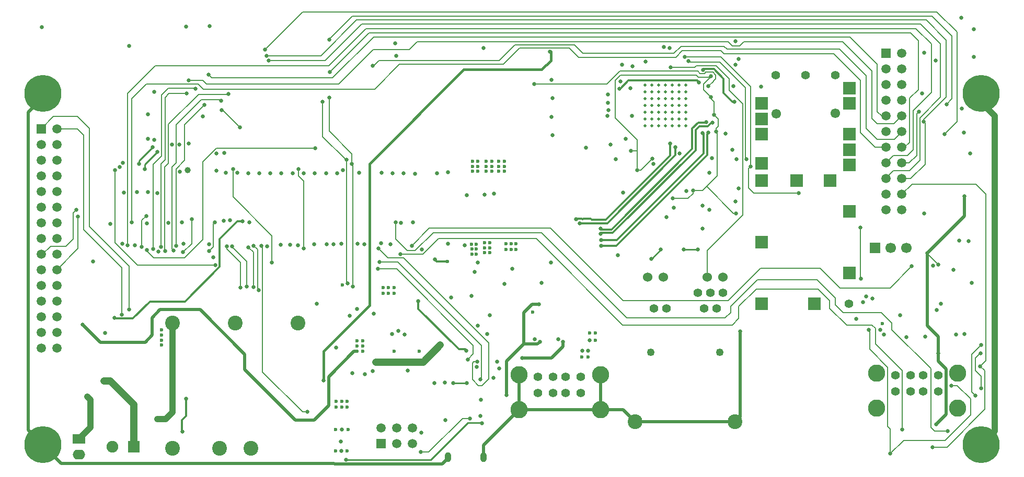
<source format=gbl>
G04 Layer_Physical_Order=4*
G04 Layer_Color=16711680*
%FSAX25Y25*%
%MOIN*%
G70*
G01*
G75*
%ADD26C,0.05906*%
%ADD51C,0.01181*%
%ADD52C,0.01969*%
%ADD53C,0.00800*%
%ADD54C,0.00799*%
%ADD55C,0.01299*%
%ADD56C,0.00984*%
%ADD57C,0.01575*%
%ADD59C,0.04724*%
%ADD61C,0.01268*%
%ADD62C,0.00988*%
%ADD64C,0.03937*%
%ADD85C,0.23622*%
%ADD86R,0.05906X0.05906*%
%ADD87R,0.05906X0.05906*%
%ADD88C,0.05512*%
%ADD89R,0.07874X0.07874*%
%ADD90C,0.06102*%
%ADD91C,0.04921*%
%ADD92C,0.09449*%
%ADD93C,0.05543*%
%ADD94C,0.06024*%
%ADD95R,0.07874X0.06299*%
%ADD96O,0.07874X0.06299*%
%ADD97R,0.07480X0.07480*%
%ADD98C,0.07480*%
%ADD99C,0.11024*%
%ADD100C,0.06693*%
%ADD101R,0.06693X0.06693*%
%ADD102O,0.03937X0.06299*%
%ADD103C,0.02500*%
%ADD104C,0.02362*%
%ADD105C,0.03937*%
%ADD106C,0.01969*%
D26*
X1147886Y0271118D02*
D03*
X1137886D02*
D03*
X1147886Y0281118D02*
D03*
X1137886D02*
D03*
X1147886Y0291118D02*
D03*
X1137886D02*
D03*
X1147886Y0301118D02*
D03*
X1137886D02*
D03*
X1147886Y0311118D02*
D03*
X1137886D02*
D03*
X1147886Y0321118D02*
D03*
X1137886D02*
D03*
X1147886Y0331118D02*
D03*
X1137886D02*
D03*
X1147886Y0341118D02*
D03*
X1137886D02*
D03*
X1147886Y0351118D02*
D03*
X1137886D02*
D03*
X1147886Y0361118D02*
D03*
X1137886D02*
D03*
X1147886Y0371118D02*
D03*
X0815748Y0131795D02*
D03*
X0825748Y0121795D02*
D03*
Y0131795D02*
D03*
X0835748Y0121795D02*
D03*
Y0131795D02*
D03*
X0609264Y0322988D02*
D03*
X0599264Y0312988D02*
D03*
X0609264D02*
D03*
X0599264Y0302988D02*
D03*
X0609264D02*
D03*
X0599264Y0292988D02*
D03*
X0609264D02*
D03*
X0599264Y0282988D02*
D03*
X0609264D02*
D03*
X0599264Y0272988D02*
D03*
X0609264D02*
D03*
X0599264Y0262988D02*
D03*
X0609264D02*
D03*
X0599264Y0252988D02*
D03*
X0609264D02*
D03*
X0599264Y0242988D02*
D03*
X0609264D02*
D03*
X0599264Y0232988D02*
D03*
X0609264D02*
D03*
X0599264Y0222988D02*
D03*
X0609264D02*
D03*
X0599264Y0212988D02*
D03*
X0609264D02*
D03*
X0599264Y0202988D02*
D03*
X0609264D02*
D03*
X0599264Y0192988D02*
D03*
X0609264D02*
D03*
X0599264Y0182988D02*
D03*
X0609264D02*
D03*
D51*
X0839498Y0208045D02*
Y0212795D01*
Y0208045D02*
X0864748Y0182795D01*
X0864764Y0182811D01*
X0724362Y0263815D02*
X0727709D01*
X0713043Y0252496D02*
X0724362Y0263815D01*
X0713043Y0234780D02*
Y0252496D01*
X0690996Y0212732D02*
X0713043Y0234780D01*
X0668457Y0212732D02*
X0690996D01*
X0657630Y0201905D02*
X0668457Y0212732D01*
X0646373Y0201905D02*
X0657630D01*
X0691685Y0139701D02*
Y0150429D01*
X0688732Y0130252D02*
Y0136748D01*
Y0130252D02*
X0689323Y0129661D01*
X0688732Y0136748D02*
X0691685Y0139701D01*
X0864764Y0182811D02*
X0865453Y0182122D01*
X0869441D01*
X0870228Y0181335D01*
X0967866Y0348657D02*
X0968457D01*
X0973575Y0353776D01*
X1017472D01*
X1018555Y0352693D01*
D52*
X0881067Y0120919D02*
X0903774Y0143626D01*
X0881067Y0112435D02*
Y0120919D01*
X1187846Y0267161D02*
Y0279760D01*
X1164224Y0243539D02*
X1187846Y0267161D01*
X0895917Y0152890D02*
Y0174642D01*
X0905760Y0176709D02*
X0924658D01*
X0931941Y0183992D01*
Y0186748D01*
X0895917Y0174642D02*
X0906744Y0185468D01*
X0915701D01*
X0917079Y0186846D01*
X0906744Y0185468D02*
Y0205449D01*
X0912059Y0210764D01*
X0916488D01*
X1164224Y0197280D02*
Y0243146D01*
Y0243539D01*
X1170032Y0134287D02*
X1176232Y0140488D01*
X1171114Y0179563D02*
Y0190390D01*
X1164224Y0197280D02*
X1171114Y0190390D01*
Y0174740D02*
Y0179563D01*
Y0174740D02*
X1176232Y0169622D01*
Y0140488D02*
Y0169622D01*
X0665406Y0186650D02*
X0669835Y0191079D01*
Y0202299D01*
X0674953Y0207417D01*
X0700445D01*
X0728988Y0178874D01*
Y0169327D02*
Y0178874D01*
Y0169327D02*
X0761370Y0136945D01*
X0773378D01*
X0782630Y0146197D01*
Y0164701D01*
X0798673Y0180744D01*
X0800642D01*
X0636961Y0186650D02*
X0665406D01*
X0625642Y0197968D02*
X0636961Y0186650D01*
X0590996Y0130547D02*
Y0333500D01*
X0600248Y0120902D02*
Y0121295D01*
X0785779Y0109189D02*
X0786153Y0108815D01*
X0854809D01*
X0858429Y0112435D01*
X0611961Y0109189D02*
X0785779D01*
X0903774Y0143626D02*
Y0165988D01*
Y0143626D02*
X0955742D01*
Y0165988D01*
Y0143626D02*
X0970146D01*
X0977996Y0135775D01*
X1041500D01*
X1044736Y0139012D01*
Y0193736D01*
X0590996Y0130547D02*
X0593845Y0127698D01*
X0600248Y0121295D01*
Y0120902D02*
X0611961Y0109189D01*
X0590996Y0333500D02*
X0595321Y0337825D01*
D53*
X0699461Y0345016D02*
X0718161D01*
X0680281Y0325837D02*
X0699461Y0345016D01*
X0713437Y0341571D02*
X0714028Y0340980D01*
X0701232Y0341571D02*
X0713437D01*
X0690504Y0325626D02*
X0703201Y0338323D01*
X0702184Y0353874D02*
X0704546Y0351512D01*
X0693063Y0353874D02*
X0702184D01*
X0666305Y0351624D02*
X0699348D01*
X0656843Y0342161D02*
X0666305Y0351624D01*
X0803496Y0389996D02*
X1159795D01*
X0780071Y0366571D02*
X0803496Y0389996D01*
X0744244Y0366571D02*
X0780071D01*
X0806252Y0386945D02*
X1157039D01*
X0782531Y0363224D02*
X0806252Y0386945D01*
X0671902Y0363224D02*
X0782531D01*
X0777610Y0369720D02*
X0800346Y0392457D01*
X0742965Y0369720D02*
X0777610D01*
X0789028Y0351512D02*
X0810976Y0373461D01*
X0704546Y0351512D02*
X0789028D01*
X0784992Y0355449D02*
X0811173Y0381630D01*
X0708024Y0355449D02*
X0784992D01*
X0705760Y0357713D02*
X0708024Y0355449D01*
X0782925Y0380252D02*
X0797689Y0395016D01*
X0782925Y0379957D02*
Y0380252D01*
X0765799Y0397575D02*
X1170327D01*
X0741882Y0373657D02*
X0765799Y0397575D01*
X0833909Y0373461D02*
X0838929Y0378480D01*
X0810976Y0373461D02*
X0833909D01*
X0891094Y0366472D02*
X0901331Y0376709D01*
X0814421Y0366472D02*
X0891094D01*
X0811173Y0363224D02*
X0814421Y0366472D01*
X0811764Y0348362D02*
X0827610Y0364209D01*
X0810484Y0363224D02*
X0811173D01*
X1002709Y0371295D02*
X1007138Y0375724D01*
X0944638Y0371295D02*
X1002709D01*
X0939224Y0376709D02*
X0944638Y0371295D01*
X1003791Y0368638D02*
X1008024Y0372870D01*
X0935990Y0374628D02*
X0941980Y0368638D01*
X1007138Y0375724D02*
X1034598D01*
X1008024Y0372870D02*
X1032532D01*
X1034500Y0370901D02*
X1104579D01*
X1032532Y0372870D02*
X1034500Y0370901D01*
X1104579D02*
X1121705Y0353776D01*
X1036567Y0373756D02*
X1108220D01*
X1034598Y0375724D02*
X1036567Y0373756D01*
X1039815Y0375921D02*
X1044441D01*
X1037256Y0378480D02*
X1039815Y0375921D01*
X0838929Y0378480D02*
X1037256D01*
X1132236Y0333992D02*
Y0364209D01*
X1114815Y0381630D02*
X1132236Y0364209D01*
X0811173Y0381630D02*
X1114815D01*
X1121705Y0320409D02*
Y0353776D01*
Y0320409D02*
X1130996Y0311118D01*
X1132236Y0326217D02*
X1142984D01*
X1128988Y0329465D02*
X1132236Y0326217D01*
X1128988Y0329465D02*
Y0359878D01*
X1130996Y0311118D02*
X1137886D01*
X1015898Y0362142D02*
X1016980Y0363224D01*
X1158417Y0348067D02*
Y0379169D01*
X1153496Y0384090D02*
X1158417Y0379169D01*
X0808122Y0384090D02*
X1153496D01*
X1166882Y0346098D02*
Y0377102D01*
X1157039Y0386945D02*
X1166882Y0377102D01*
X1172591Y0343146D02*
Y0377201D01*
X1159795Y0389996D02*
X1172591Y0377201D01*
X1176331Y0343244D02*
Y0379563D01*
X1163437Y0392457D02*
X1176331Y0379563D01*
X0800346Y0392457D02*
X1163437D01*
X1179972Y0342161D02*
Y0382220D01*
X1167177Y0395016D02*
X1179972Y0382220D01*
X0797689Y0395016D02*
X1167177D01*
X1183122Y0327693D02*
Y0384780D01*
X1170327Y0397575D02*
X1183122Y0384780D01*
X1159500Y0330055D02*
X1172591Y0343146D01*
X1161862Y0328776D02*
X1176331Y0343244D01*
X1176429Y0338618D02*
X1179972Y0342161D01*
X1175051Y0319622D02*
X1183122Y0327693D01*
X1161862Y0327594D02*
X1162748Y0326709D01*
Y0300331D02*
Y0326709D01*
X1153535Y0291118D02*
X1162748Y0300331D01*
X1148181Y0131039D02*
Y0168638D01*
X1139028Y0133008D02*
Y0170606D01*
X1127512Y0182122D02*
X1139028Y0170606D01*
X0619441Y0269228D02*
X0621606Y0271394D01*
X0619441Y0252594D02*
Y0269228D01*
X0614913Y0248067D02*
X0619441Y0252594D01*
X0605071Y0248067D02*
X0614913D01*
X0599992Y0242988D02*
X0605071Y0248067D01*
X0599264Y0242988D02*
X0599992D01*
X0609264Y0232988D02*
X0622689Y0246413D01*
Y0266965D01*
X0626232Y0258500D02*
Y0318933D01*
X0622177Y0322988D02*
X0626232Y0318933D01*
X0629874Y0260469D02*
Y0323165D01*
X0708909Y0262338D02*
X0709894Y0263323D01*
X0708909Y0247575D02*
Y0262338D01*
X0609264Y0322988D02*
X0622177D01*
X0793949Y0224642D02*
X0794441Y0224150D01*
X0599264Y0322988D02*
X0607020Y0330744D01*
X0622295D01*
X0629874Y0323165D01*
X0714323Y0334976D02*
X0715012D01*
X0725937Y0324051D01*
X0697098Y0348756D02*
X0697394Y0348461D01*
X0699348Y0351624D02*
X0702610Y0348362D01*
X0680169Y0348756D02*
X0697098D01*
X0702610Y0348362D02*
X0811764D01*
X0680661Y0345508D02*
X0691783D01*
X0718161Y0345016D02*
X0718457Y0345311D01*
X0654087Y0345409D02*
X0671902Y0363224D01*
X0654087Y0248461D02*
Y0345409D01*
X0793457Y0303283D02*
X0793949D01*
X0778693Y0318047D02*
X0793457Y0303283D01*
X0778693Y0318047D02*
Y0340193D01*
X0797295Y0300724D02*
Y0307024D01*
X0782728Y0321590D02*
X0797295Y0307024D01*
X0782728Y0321590D02*
Y0342850D01*
X0783220Y0359189D02*
X0808122Y0384090D01*
X0901331Y0376709D02*
X0939224D01*
X1000642Y0362142D02*
X1015898D01*
X1125051Y0323362D02*
X1132138Y0316276D01*
X1108220Y0373756D02*
X1125051Y0356925D01*
Y0323362D02*
Y0356925D01*
X1110287Y0378579D02*
X1128988Y0359878D01*
X1047098Y0378579D02*
X1110287D01*
X1044441Y0375921D02*
X1047098Y0378579D01*
X1132236Y0333992D02*
X1135110Y0331118D01*
X1132138Y0316276D02*
X1143260D01*
X1147886Y0320901D01*
Y0321118D01*
X0656843Y0263398D02*
Y0342161D01*
X0846248Y0116545D02*
X0867748Y0138045D01*
X0841248Y0116545D02*
X0846248D01*
X0867748Y0138045D02*
X0867766Y0138028D01*
X1029579Y0321197D02*
Y0323165D01*
X0979283Y0296492D02*
X0981449D01*
X0988929Y0303972D01*
X1014717Y0283598D02*
X1020819D01*
X1029579Y0321197D02*
X1030169Y0320606D01*
X1001823Y0278579D02*
X1011665D01*
X1014717Y0281630D01*
Y0283598D01*
X1023476Y0286256D02*
X1040701Y0269032D01*
X1042177D01*
X1020819Y0283598D02*
X1023476Y0286256D01*
X1030169Y0292949D01*
X1023744Y0228295D02*
Y0245087D01*
X0663339Y0264602D02*
X0666094Y0267358D01*
X0663339Y0247673D02*
Y0264602D01*
X1127512Y0182122D02*
Y0193638D01*
X1147886Y0301118D02*
X1152610D01*
X1147886Y0291118D02*
X1153535D01*
X0797787Y0222378D02*
Y0300232D01*
X0797295Y0300724D02*
X0797787Y0300232D01*
X1141488Y0194720D02*
X1166390Y0169819D01*
X1141488Y0194720D02*
Y0199051D01*
X1134992Y0205547D02*
X1141488Y0199051D01*
X1140405Y0221197D02*
X1154382Y0235173D01*
X0825150Y0252594D02*
X0832630Y0245114D01*
X0825150Y0252594D02*
Y0263224D01*
X1137886Y0291118D02*
Y0291512D01*
X1142571Y0296197D01*
X1152807D01*
X1137886Y0301118D02*
Y0301256D01*
X1142571Y0305941D01*
X1151626D01*
X1161862Y0327594D02*
Y0328776D01*
X1152807Y0296197D02*
X1159500Y0302890D01*
Y0330055D01*
X1152610Y0301118D02*
X1157532Y0306039D01*
Y0332614D01*
X1158909Y0333992D01*
X1151626Y0305941D02*
X1155268Y0309583D01*
Y0334484D01*
X1166882Y0346098D01*
X1147886Y0311118D02*
X1149716D01*
X1152807Y0314209D01*
Y0342457D01*
X1158417Y0348067D01*
X1135110Y0331118D02*
X1137886D01*
X1142984Y0326217D02*
X1147886Y0331118D01*
X0730366Y0222378D02*
Y0238126D01*
X0720819Y0247673D02*
X0730366Y0238126D01*
X0720819Y0247673D02*
Y0247870D01*
X0737059Y0220705D02*
Y0246000D01*
Y0220705D02*
X0737748Y0220016D01*
X1121705Y0227594D02*
X1122000Y0227299D01*
X1121705Y0227594D02*
Y0259878D01*
X1139028Y0133008D02*
X1140701Y0131335D01*
Y0115488D02*
Y0131335D01*
X1179677Y0158992D02*
X1183319D01*
X1197787Y0179563D02*
X1198279D01*
X1183319Y0158992D02*
X1191783Y0150528D01*
X1198476Y0157122D02*
Y0164996D01*
X1194884Y0168588D02*
Y0176659D01*
X1197787Y0179563D01*
X1194884Y0168588D02*
X1198476Y0164996D01*
X1192522Y0154907D02*
Y0178923D01*
Y0154907D02*
X1194835Y0152594D01*
X1192522Y0178923D02*
X1198476Y0184878D01*
X1191783Y0140193D02*
Y0150528D01*
X1166390Y0132220D02*
Y0169819D01*
X1168752Y0129858D02*
X1177217D01*
X1166390Y0132220D02*
X1168752Y0129858D01*
X1140701Y0115488D02*
X1149067Y0123854D01*
X1175445D01*
X1191783Y0140193D01*
X0835583Y0248362D02*
X0835583D01*
X0846705Y0259484D01*
X0923969D01*
X0970228Y0213224D01*
X0918063Y0256630D02*
X0972492Y0202201D01*
X0828102Y0243047D02*
X0842669D01*
X0852610Y0252988D01*
X0914717D01*
X0970032Y0197673D01*
X1128988D02*
X1131167Y0195494D01*
Y0185652D02*
Y0195494D01*
Y0185652D02*
X1148181Y0168638D01*
X0871114Y0175626D02*
X0874658Y0179169D01*
Y0184681D01*
X0825839Y0233500D02*
X0874658Y0184681D01*
X0813732Y0233500D02*
X0825839D01*
X0660583Y0235764D02*
X0710090D01*
X0646213Y0250134D02*
X0660583Y0235764D01*
X0646213Y0250134D02*
Y0296492D01*
X0675445Y0283139D02*
X0675628Y0282956D01*
X0814913Y0238028D02*
X0826528D01*
X0706252Y0244917D02*
X0708909Y0247575D01*
X0746311Y0237437D02*
Y0254563D01*
X0721409Y0279465D02*
X0746311Y0254563D01*
X0721409Y0279465D02*
Y0297181D01*
X0826528Y0238028D02*
X0879959Y0184596D01*
X0879382Y0162831D02*
X0879959Y0163407D01*
Y0184596D01*
X0874953Y0174150D02*
X0877217D01*
X0874165Y0173362D02*
X0874953Y0174150D01*
X0874165Y0162831D02*
Y0173362D01*
Y0162831D02*
X0878004Y0158992D01*
X0880169D01*
X0884500Y0163323D01*
Y0186256D01*
X0830071Y0240685D02*
X0884500Y0186256D01*
X0734659Y0248400D02*
X0737059Y0246000D01*
X0766390Y0246689D02*
Y0289602D01*
X0763142Y0292850D02*
X0766390Y0289602D01*
X0763142Y0292850D02*
Y0297378D01*
X0820130Y0240685D02*
X0830071D01*
X0814126Y0246689D02*
X0820130Y0240685D01*
X0793949Y0224642D02*
Y0303283D01*
X0832630Y0245114D02*
X0837650D01*
X0849165Y0256630D01*
X0918063D01*
X0695228Y0249642D02*
Y0265193D01*
X0689716Y0244130D02*
X0695228Y0249642D01*
X0626232Y0258500D02*
X0650642Y0234090D01*
Y0204366D02*
Y0234090D01*
X0629874Y0260469D02*
X0655071Y0235272D01*
Y0207614D02*
Y0235272D01*
X0666488Y0245016D02*
Y0245606D01*
Y0245016D02*
X0670819Y0240685D01*
X0690701D01*
X0702216Y0252201D01*
X0941980Y0368638D02*
X1003791D01*
X0913535Y0351512D02*
X0959795D01*
X1037748Y0347673D02*
Y0354957D01*
X1029480Y0363224D02*
X1037748Y0354957D01*
X1016980Y0363224D02*
X1029480D01*
X0677919Y0245297D02*
X0678201Y0245016D01*
X0675628Y0247856D02*
Y0282956D01*
X0675445Y0247673D02*
X0675628Y0247856D01*
X1029283Y0354812D02*
Y0357319D01*
X1022243Y0358317D02*
X1023017Y0359090D01*
X1027512D01*
X1029283Y0357319D01*
X1027905Y0353382D02*
Y0353434D01*
X1029283Y0354812D01*
X1024658Y0350134D02*
X1027905Y0353382D01*
X0867766Y0138028D02*
X0872394D01*
X1108614Y0221197D02*
X1140405D01*
X1037354Y0213224D02*
X1058024Y0233894D01*
X1095917D01*
X0970228Y0213224D02*
X1037354D01*
X1095917Y0233894D02*
X1108614Y0221197D01*
X0972492Y0202201D02*
X1035287D01*
X1110484Y0205547D02*
X1134992D01*
X1105464Y0210567D02*
X1110484Y0205547D01*
X1105464Y0210567D02*
Y0214996D01*
X1038732Y0205646D02*
Y0209583D01*
X1055858Y0226709D01*
X1093752D01*
X1105464Y0214996D01*
X1035287Y0202201D02*
X1038732Y0205646D01*
X1039717Y0197673D02*
X1043949Y0201905D01*
Y0209583D01*
X1055071Y0220705D01*
X1094441D01*
X1102020Y0213126D01*
X0970032Y0197673D02*
X1039717D01*
X1102020Y0208401D02*
Y0213126D01*
Y0208401D02*
X1112748Y0197673D01*
X1128988D01*
X1037748Y0347673D02*
X1046606Y0338815D01*
X1023744Y0245087D02*
X1046606Y0267949D01*
Y0338815D01*
X0702216Y0301839D02*
X0711042Y0310665D01*
X0702216Y0252201D02*
Y0301839D01*
X0711042Y0310665D02*
X0773772D01*
X0965209Y0330055D02*
X0979283Y0315980D01*
X0965209Y0330055D02*
Y0353874D01*
X1025543Y0355842D02*
X1026134Y0356433D01*
X1030169Y0292949D02*
Y0320606D01*
X1028201Y0331925D02*
Y0340291D01*
X1026134Y0356236D02*
Y0356433D01*
X1021606Y0351709D02*
X1026134Y0356236D01*
X1021606Y0347870D02*
Y0351709D01*
Y0347870D02*
X1026134Y0343342D01*
X1025642Y0342850D02*
X1028201Y0340291D01*
X1029579Y0323165D02*
X1030858Y0324445D01*
Y0329268D01*
X1028201Y0331925D02*
X1030858Y0329268D01*
X0975445Y0308894D02*
X0979283D01*
X0975346Y0308795D02*
X0975445Y0308894D01*
X0979283Y0296492D02*
Y0308894D01*
Y0315980D01*
X0682419Y0246211D02*
X0683516Y0245114D01*
X0685104Y0325443D02*
X0701232Y0341571D01*
X0685090Y0248264D02*
Y0297378D01*
X0690504Y0302791D01*
Y0325626D01*
X0682419Y0246211D02*
Y0298644D01*
X0685104Y0301329D01*
Y0325443D01*
X0677919Y0245297D02*
Y0298671D01*
X0680281Y0301033D01*
Y0325837D01*
X0676035Y0344622D02*
X0680169Y0348756D01*
X0678102Y0342949D02*
X0680661Y0345508D01*
X0675445Y0283139D02*
Y0300528D01*
X0678102Y0303185D01*
Y0342949D01*
X0670527Y0246400D02*
Y0300137D01*
X0676035Y0305646D01*
Y0344622D01*
X0717669Y0246295D02*
Y0248067D01*
Y0246295D02*
X0726331Y0237634D01*
Y0221689D02*
Y0237634D01*
X0731252Y0247280D02*
X0734402Y0244130D01*
Y0221787D02*
Y0244130D01*
X0827610Y0364209D02*
X0893850D01*
X0904270Y0374628D01*
X0935990D01*
X0959795Y0351512D02*
X0968063Y0359780D01*
X0965209Y0353874D02*
X0968457Y0357122D01*
X0968063Y0359780D02*
X1017866D01*
X1019329Y0358317D01*
X1022243D01*
X0968457Y0357122D02*
X1016980D01*
X1018260Y0355842D01*
X1025543D01*
D54*
X1051429Y0299051D02*
Y0350232D01*
X1031744Y0365587D02*
X1048181Y0349150D01*
Y0304299D02*
Y0349150D01*
Y0304299D02*
X1048969Y0303512D01*
X1051331Y0350232D02*
X1051429D01*
X1032584Y0368979D02*
X1051331Y0350232D01*
X1009447Y0368979D02*
X1032584D01*
X1011862Y0366177D02*
X1012453Y0365587D01*
X1009402Y0368933D02*
X1009447Y0368979D01*
X1147886Y0281118D02*
X1154500Y0287732D01*
X1164224Y0243146D02*
X1171213Y0236157D01*
X1053496Y0281925D02*
X1082335D01*
X1050051Y0285370D02*
X1053496Y0281925D01*
X1050051Y0285370D02*
Y0297673D01*
X1051429Y0299051D01*
X0739520Y0248362D02*
X0740307Y0247575D01*
X1154500Y0287732D02*
X1195130D01*
X1197984Y0171394D02*
X1201626Y0175035D01*
Y0281236D01*
X1195130Y0287732D02*
X1201626Y0281236D01*
X1197984Y0171394D02*
X1200937Y0168441D01*
Y0143933D02*
Y0168441D01*
X1167669Y0119720D02*
X1176724D01*
X1200937Y0143933D01*
X0740307Y0167654D02*
Y0247575D01*
Y0167654D02*
X0765799Y0142161D01*
X0768752D01*
X1012453Y0365587D02*
X1031744D01*
D55*
X0851331Y0238224D02*
X0858319D01*
X0949628Y0265455D02*
X0950150Y0264933D01*
X0959211D01*
X0946748Y0262545D02*
X0946758Y0262555D01*
X0946862Y0262634D02*
X0960163D01*
X1002646Y0305117D01*
X1002610Y0305153D02*
X1002646Y0305117D01*
X1002610Y0305153D02*
X1003594Y0306138D01*
Y0311354D01*
X0959211Y0264933D02*
X1000150Y0305872D01*
X0944668Y0265390D02*
X0944733Y0265455D01*
X0949628D01*
X0946763Y0262732D02*
X0946862Y0262634D01*
X0942669Y0262732D02*
X0946763D01*
X0946581D02*
X0946758Y0262555D01*
X0942669Y0262732D02*
X0946581D01*
X0940307Y0265390D02*
X0941226D01*
X0941468Y0265632D01*
X0943870D01*
X0944112Y0265390D01*
X0944668D01*
X1034303Y0345803D02*
X1040012Y0340094D01*
X1041291D01*
X0850051Y0239504D02*
X0851331Y0238224D01*
X1034303Y0345803D02*
Y0355055D01*
X1021311Y0360567D02*
X1021902Y0361157D01*
X1028201D01*
X1034303Y0355055D01*
X1000150Y0305872D02*
Y0313421D01*
D56*
X0879748Y0135295D02*
X0880248Y0134795D01*
X0871248Y0135295D02*
X0879748D01*
X0665307Y0297378D02*
Y0300232D01*
X0673181Y0308106D01*
X0661567Y0302594D02*
X0670228Y0311256D01*
X0661567Y0300626D02*
Y0302594D01*
X0861998Y0160545D02*
X0862075Y0160468D01*
X0870524D01*
X0793457Y0111650D02*
X0847591D01*
X0847596Y0111644D01*
X0871248Y0135295D01*
D57*
X0924067Y0366472D02*
Y0372378D01*
X0918358Y0360764D02*
X0924067Y0366472D01*
X0923673Y0372378D02*
X0924067D01*
X0868555Y0360764D02*
X0918358D01*
X0808417Y0300626D02*
X0868555Y0360764D01*
X0808417Y0210173D02*
Y0300626D01*
X0779087Y0162240D02*
Y0180842D01*
X0808417Y0210173D01*
D59*
X0812498Y0173795D02*
X0812748Y0174045D01*
X0842748D01*
X0853498Y0184795D01*
X0658278Y0119795D02*
Y0147026D01*
X0643358Y0161945D02*
X0658278Y0147026D01*
X0639323Y0161945D02*
X0643358D01*
D61*
X1021036Y0320321D02*
X1021705Y0319652D01*
X0956350Y0248264D02*
X0965996D01*
X0956350Y0251764D02*
X0966288D01*
X1021705Y0307180D01*
Y0319652D01*
X0955760Y0255817D02*
X0956376Y0256433D01*
X0963688D01*
X1016587Y0309332D01*
Y0322181D02*
X1018919Y0324514D01*
X1024277D01*
X1026669Y0326905D01*
X0955760Y0259317D02*
X0956376Y0258701D01*
X0962748D01*
X1014318Y0310272D01*
X1023083Y0327398D02*
Y0327988D01*
X1022098Y0327004D02*
X1023083Y0327988D01*
X1016587Y0309332D02*
Y0322181D01*
X1014318Y0310272D02*
Y0323121D01*
X1018202Y0327004D02*
X1022098D01*
X1014318Y0323121D02*
X1018202Y0327004D01*
X1026669Y0326905D02*
X1027118D01*
X1023973Y0319725D02*
X1024658Y0320409D01*
X0965996Y0248264D02*
X1023973Y0306241D01*
Y0319725D01*
D62*
X0994244Y0245213D02*
Y0245803D01*
X0988437Y0239996D02*
X0994244Y0245803D01*
X0988339Y0239996D02*
X0988437D01*
X1008909Y0245803D02*
X1017669D01*
X1017768Y0245901D01*
D64*
X0678988Y0138028D02*
X0682748Y0141787D01*
Y0199045D01*
X0673083Y0137634D02*
X0678594D01*
X0678988Y0138028D01*
X0623378Y0124996D02*
X0630563Y0132181D01*
Y0149839D01*
X0628496Y0151906D02*
X0630563Y0149839D01*
X1207335Y0129957D02*
Y0331236D01*
X1205076Y0127698D02*
X1207335Y0129957D01*
X1198673Y0339898D02*
X1207335Y0331236D01*
D85*
X0600248Y0345705D02*
D03*
Y0121295D02*
D03*
X1198673Y0345705D02*
D03*
Y0121295D02*
D03*
D86*
X1137886Y0371118D02*
D03*
X0599264Y0322988D02*
D03*
D87*
X0815748Y0121795D02*
D03*
D88*
X1067604Y0357374D02*
D03*
X1114311Y0211165D02*
D03*
X1105404Y0357374D02*
D03*
X1086502D02*
D03*
D89*
X1114604Y0299832D02*
D03*
X1058504Y0329374D02*
D03*
Y0289974D02*
D03*
Y0250574D02*
D03*
Y0319574D02*
D03*
Y0301074D02*
D03*
Y0211174D02*
D03*
X1080904Y0289974D02*
D03*
X1102104D02*
D03*
X1114604Y0270274D02*
D03*
Y0230874D02*
D03*
X1092304Y0211174D02*
D03*
X1114604Y0309674D02*
D03*
Y0319574D02*
D03*
Y0339174D02*
D03*
Y0349074D02*
D03*
X1058504Y0339174D02*
D03*
D90*
X1067756Y0332622D02*
D03*
X1105649Y0332819D02*
D03*
D91*
X0987740Y0180264D02*
D03*
X1031756D02*
D03*
D92*
X1041500Y0135775D02*
D03*
X0977996D02*
D03*
X0732748Y0119045D02*
D03*
X0712748D02*
D03*
X0722748Y0199045D02*
D03*
X0682748D02*
D03*
Y0119045D02*
D03*
X0762748Y0199045D02*
D03*
D93*
X1029728Y0208295D02*
D03*
X1021736D02*
D03*
X0997760D02*
D03*
X0989768D02*
D03*
X1033724Y0218295D02*
D03*
X1025732D02*
D03*
X1017740D02*
D03*
X0915781Y0164630D02*
D03*
X0943340D02*
D03*
X0925624D02*
D03*
X0933498D02*
D03*
X0943340Y0154295D02*
D03*
X0915781D02*
D03*
X0925624D02*
D03*
X0933498D02*
D03*
X1143752Y0165488D02*
D03*
X1171311D02*
D03*
X1153594D02*
D03*
X1161469D02*
D03*
Y0155154D02*
D03*
X1153594D02*
D03*
X1171311D02*
D03*
X1143752D02*
D03*
D94*
X1033744Y0228295D02*
D03*
X1023744D02*
D03*
X0995752D02*
D03*
X0985752D02*
D03*
D95*
X0623378Y0124996D02*
D03*
D96*
Y0114996D02*
D03*
D97*
X0658278Y0119795D02*
D03*
D98*
X0644498D02*
D03*
D99*
X0955742Y0143626D02*
D03*
Y0165988D02*
D03*
X0903774Y0143626D02*
D03*
Y0165988D02*
D03*
X1183713Y0144484D02*
D03*
Y0166846D02*
D03*
X1131744Y0144484D02*
D03*
Y0166846D02*
D03*
D100*
X1150937Y0246984D02*
D03*
X1140937D02*
D03*
D101*
X1130937D02*
D03*
D102*
X0858429Y0113224D02*
D03*
X0881067D02*
D03*
D103*
X1058220Y0349937D02*
D03*
X1021311Y0360567D02*
D03*
X1026134Y0356433D02*
D03*
X0739520Y0248362D02*
D03*
X0625642Y0197968D02*
D03*
X0632335Y0238126D02*
D03*
X0621606Y0271394D02*
D03*
X0622689Y0266965D02*
D03*
X0709894Y0263323D02*
D03*
X0782925Y0379957D02*
D03*
X0714323Y0334976D02*
D03*
X0725937Y0324051D02*
D03*
X0741882Y0373657D02*
D03*
X0697394Y0348461D02*
D03*
X0693063Y0353874D02*
D03*
X0705760Y0357713D02*
D03*
X0691783Y0345508D02*
D03*
X0742965Y0369720D02*
D03*
X0714028Y0340980D02*
D03*
X0703201Y0338323D02*
D03*
X0687354Y0312831D02*
D03*
X0744244Y0366571D02*
D03*
X0718457Y0345311D02*
D03*
X0654087Y0248461D02*
D03*
X0778693Y0340193D02*
D03*
X0810484Y0363224D02*
D03*
X0782728Y0342850D02*
D03*
X0783220Y0359189D02*
D03*
X0923673Y0372378D02*
D03*
X1009402Y0368933D02*
D03*
X1011862Y0366177D02*
D03*
X1041882Y0378776D02*
D03*
X0881055Y0374543D02*
D03*
X0924559Y0354268D02*
D03*
X0656843Y0263398D02*
D03*
X0861998Y0160545D02*
D03*
X0841248Y0116545D02*
D03*
X0880248Y0134795D02*
D03*
X0856498Y0160795D02*
D03*
X0856998Y0136795D02*
D03*
X0849748Y0160545D02*
D03*
X0839498Y0212795D02*
D03*
X0832998Y0168545D02*
D03*
X0830748Y0191545D02*
D03*
X0812498Y0173795D02*
D03*
X0853498Y0184795D02*
D03*
X0947998Y0181295D02*
D03*
X0665307Y0297378D02*
D03*
X0673181Y0308106D02*
D03*
X0670228Y0311256D02*
D03*
X0661567Y0300626D02*
D03*
X0870524Y0160468D02*
D03*
X0872394Y0138028D02*
D03*
X0879579Y0149937D02*
D03*
X0895917Y0152890D02*
D03*
X0905760Y0176709D02*
D03*
X0870228Y0181335D02*
D03*
X0883713Y0192063D02*
D03*
X0890012Y0174346D02*
D03*
X0931941Y0186748D02*
D03*
X0928791Y0188716D02*
D03*
X0917079Y0186846D02*
D03*
X0913831Y0188716D02*
D03*
X0916488Y0210764D02*
D03*
X0918063Y0224642D02*
D03*
X1002709Y0272575D02*
D03*
X0997787Y0266669D02*
D03*
X0994244Y0245803D02*
D03*
X0988339Y0239996D02*
D03*
X1008909Y0245803D02*
D03*
X1017768Y0245901D02*
D03*
X1020839Y0273854D02*
D03*
X1043850Y0284819D02*
D03*
X1025248Y0294819D02*
D03*
X1021036Y0320321D02*
D03*
X1024658Y0320409D02*
D03*
X0956350Y0248264D02*
D03*
Y0251764D02*
D03*
X0955760Y0255817D02*
D03*
Y0259317D02*
D03*
X1023083Y0327398D02*
D03*
X1136665Y0191669D02*
D03*
X1118850Y0201709D02*
D03*
X1172886Y0211256D02*
D03*
X1035484Y0319917D02*
D03*
X1039717Y0309583D02*
D03*
X1028201Y0331925D02*
D03*
X1029579Y0321197D02*
D03*
X1040701Y0350232D02*
D03*
X0984402Y0365980D02*
D03*
X0976203Y0362801D02*
D03*
X0968543Y0353098D02*
D03*
X0960590Y0339551D02*
D03*
X0975819Y0331161D02*
D03*
X0960376Y0331087D02*
D03*
X0971876Y0316587D02*
D03*
X0979283Y0296492D02*
D03*
X1010583Y0283106D02*
D03*
X1006252Y0307220D02*
D03*
X1003594Y0311354D02*
D03*
X0988929Y0303972D02*
D03*
X0989618Y0300528D02*
D03*
X1014717Y0283598D02*
D03*
X0970130Y0282122D02*
D03*
X1001823Y0278579D02*
D03*
X1042177Y0269032D02*
D03*
X1041776Y0276561D02*
D03*
X1020807Y0259376D02*
D03*
X0960590Y0345051D02*
D03*
X0966783Y0242260D02*
D03*
X1000642Y0362142D02*
D03*
X0940307Y0265390D02*
D03*
X0942669Y0262732D02*
D03*
X1041291Y0340094D02*
D03*
X0715996Y0307614D02*
D03*
X0693063Y0313520D02*
D03*
X0682531Y0312831D02*
D03*
X0706153Y0249248D02*
D03*
X0925051Y0342653D02*
D03*
X0924461Y0330646D02*
D03*
X0925248Y0318933D02*
D03*
X0946705Y0310961D02*
D03*
X0666094Y0267358D02*
D03*
X0663339Y0247673D02*
D03*
X1190602Y0251217D02*
D03*
X1184697Y0251413D02*
D03*
X1162158Y0268933D02*
D03*
X1160779Y0345409D02*
D03*
X1169441Y0366472D02*
D03*
X1162059Y0371492D02*
D03*
X1193752Y0386453D02*
D03*
X1194047Y0369032D02*
D03*
X1186075Y0335862D02*
D03*
X1187650Y0320508D02*
D03*
X1180760Y0232909D02*
D03*
X1164224Y0243539D02*
D03*
X1187846Y0279760D02*
D03*
X1171213Y0236157D02*
D03*
X0825445Y0369425D02*
D03*
X0824953Y0377594D02*
D03*
X0797787Y0222378D02*
D03*
X0797295Y0300724D02*
D03*
X0793949Y0303283D02*
D03*
X0794441Y0224150D02*
D03*
X0828102Y0243047D02*
D03*
X1122000Y0227299D02*
D03*
X1126823Y0194524D02*
D03*
X0825150Y0263224D02*
D03*
X1151035Y0189799D02*
D03*
X1162846Y0190193D02*
D03*
X1027118Y0326905D02*
D03*
X1048969Y0303512D02*
D03*
X0999953Y0374543D02*
D03*
X1051429Y0299051D02*
D03*
X1082335Y0281925D02*
D03*
X1154382Y0235173D02*
D03*
X0850051Y0239504D02*
D03*
X0835583Y0248362D02*
D03*
X1158909Y0333992D02*
D03*
X1161862Y0327594D02*
D03*
X1176429Y0338618D02*
D03*
X1175051Y0319622D02*
D03*
X0730366Y0222378D02*
D03*
X0720819Y0247870D02*
D03*
X0717669Y0248067D02*
D03*
X0726331Y0221689D02*
D03*
X0734402Y0221787D02*
D03*
X0737748Y0220016D02*
D03*
X0650642Y0204366D02*
D03*
X0655071Y0207614D02*
D03*
X0695228Y0265193D02*
D03*
X1192472Y0224740D02*
D03*
X1121705Y0259878D02*
D03*
X1185878Y0394032D02*
D03*
X1042571Y0303579D02*
D03*
X0974854Y0348953D02*
D03*
X1182433Y0191571D02*
D03*
X1187748Y0192063D02*
D03*
X1140701Y0115488D02*
D03*
X1170032Y0134287D02*
D03*
X1179677Y0158992D02*
D03*
X1171114Y0179563D02*
D03*
X1198279D02*
D03*
X1198476Y0184878D02*
D03*
X1197984Y0171394D02*
D03*
X1198476Y0157122D02*
D03*
X1194835Y0152594D02*
D03*
X1177217Y0129858D02*
D03*
X1148181Y0131039D02*
D03*
X1167669Y0119720D02*
D03*
X0949037Y0188028D02*
D03*
X0944061Y0181295D02*
D03*
X0790799Y0130785D02*
D03*
X0768752Y0142161D02*
D03*
X0779087Y0162240D02*
D03*
X0678988Y0138028D02*
D03*
X0673083Y0137634D02*
D03*
X0676035Y0137535D02*
D03*
X0891291Y0169819D02*
D03*
X0894539Y0223756D02*
D03*
X1170327Y0207319D02*
D03*
X1123378Y0212240D02*
D03*
X1125372Y0215788D02*
D03*
X0899658Y0233697D02*
D03*
X1134303Y0194622D02*
D03*
X0790498Y0117295D02*
D03*
X0727709Y0263815D02*
D03*
X0645917Y0202201D02*
D03*
X0640012Y0192457D02*
D03*
X0691685Y0150429D02*
D03*
X0689323Y0129661D02*
D03*
X0639323Y0161945D02*
D03*
X0628496Y0151906D02*
D03*
X0871114Y0175626D02*
D03*
X0646213Y0296492D02*
D03*
X0813732Y0233500D02*
D03*
X0710090Y0235764D02*
D03*
X0649165Y0298559D02*
D03*
X0651232Y0301217D02*
D03*
X0667177Y0332220D02*
D03*
X0667374Y0316472D02*
D03*
X0671213Y0315980D02*
D03*
X0651823Y0282220D02*
D03*
X0660250Y0282577D02*
D03*
X0667337Y0282443D02*
D03*
X0673378Y0282024D02*
D03*
X0710779Y0296295D02*
D03*
X0879382Y0162831D02*
D03*
X0814913Y0238028D02*
D03*
X0706252Y0244917D02*
D03*
X0746311Y0237437D02*
D03*
X0724067Y0295016D02*
D03*
X0716882Y0294917D02*
D03*
X0721409Y0297181D02*
D03*
X0731116Y0294648D02*
D03*
X0738203D02*
D03*
X0745289D02*
D03*
X0752376D02*
D03*
X0759463D02*
D03*
X0766549D02*
D03*
X0876724Y0170803D02*
D03*
X0877217Y0174150D02*
D03*
X0814126Y0246689D02*
D03*
X0731252Y0247280D02*
D03*
X0734659Y0248400D02*
D03*
X0766390Y0246689D02*
D03*
X0763142Y0297378D02*
D03*
X0773636Y0294648D02*
D03*
X0780722D02*
D03*
X0787809D02*
D03*
X0791390Y0296492D02*
D03*
X0802020Y0294819D02*
D03*
X0816193D02*
D03*
X0823181Y0294425D02*
D03*
X0830366Y0294720D02*
D03*
X0837453Y0294228D02*
D03*
X0851626Y0294524D02*
D03*
X0858713Y0295213D02*
D03*
X0870524Y0280449D02*
D03*
X0882039Y0280744D02*
D03*
X0887748Y0281433D02*
D03*
X0877512Y0237437D02*
D03*
X0869343Y0248559D02*
D03*
X0858417Y0249642D02*
D03*
X0841980Y0245901D02*
D03*
X0836173Y0263224D02*
D03*
X0828693Y0263028D02*
D03*
X0821939Y0249112D02*
D03*
X0815898Y0249838D02*
D03*
X0805366Y0249346D02*
D03*
X0801035Y0249543D02*
D03*
X0790504Y0249445D02*
D03*
X0785386Y0249248D02*
D03*
X0781252D02*
D03*
X0773083Y0249150D02*
D03*
X0763043Y0248559D02*
D03*
X0757728Y0248953D02*
D03*
X0751921Y0248854D02*
D03*
X0743358Y0248067D02*
D03*
X0731941Y0263126D02*
D03*
X0719539Y0264504D02*
D03*
X0715406Y0264110D02*
D03*
X0709008Y0240882D02*
D03*
X0689028Y0263323D02*
D03*
X0687650Y0295705D02*
D03*
X0689815Y0249445D02*
D03*
X0685090Y0248264D02*
D03*
X0689716Y0244130D02*
D03*
X0683516Y0245114D02*
D03*
X0678201Y0245016D02*
D03*
X0666488Y0245606D02*
D03*
X0773772Y0310665D02*
D03*
X0913535Y0351512D02*
D03*
X1024658Y0350134D02*
D03*
X0680169Y0262831D02*
D03*
X0675445Y0247673D02*
D03*
X0670527Y0246400D02*
D03*
X0673969Y0244720D02*
D03*
X0666685Y0262634D02*
D03*
X0658909Y0248559D02*
D03*
X0650740Y0249445D02*
D03*
X0643358Y0262240D02*
D03*
X0879185Y0139504D02*
D03*
X0885189Y0203972D02*
D03*
X0860386Y0215094D02*
D03*
X0875642Y0231532D02*
D03*
X0877610Y0197181D02*
D03*
X0924165Y0237732D02*
D03*
X0811370Y0205055D02*
D03*
X0822787Y0191964D02*
D03*
X0826724Y0193835D02*
D03*
X0795917Y0203579D02*
D03*
X0800642Y0208008D02*
D03*
X0787157Y0183303D02*
D03*
X0774756Y0211256D02*
D03*
X0691390Y0388224D02*
D03*
X0706646Y0388421D02*
D03*
X0655169Y0375823D02*
D03*
X0671213Y0346590D02*
D03*
X0702216Y0330941D02*
D03*
X0805563Y0166405D02*
D03*
X0797394Y0167051D02*
D03*
X1041882Y0364012D02*
D03*
X1191390Y0307122D02*
D03*
X1167866Y0235567D02*
D03*
X1146803Y0203972D02*
D03*
X0793457Y0111650D02*
D03*
X0810583Y0168342D02*
D03*
X1044736Y0193736D02*
D03*
X0599559Y0388028D02*
D03*
X0790307Y0123362D02*
D03*
X0841390Y0129071D02*
D03*
X0887551Y0164012D02*
D03*
X0873575Y0216276D02*
D03*
X0996114Y0375134D02*
D03*
X0969638Y0364012D02*
D03*
X1043949Y0367555D02*
D03*
X0960976Y0334780D02*
D03*
X1129382Y0214701D02*
D03*
X0965504Y0303579D02*
D03*
X1025346Y0271295D02*
D03*
X0710779Y0307220D02*
D03*
X0967866Y0348657D02*
D03*
X1018555Y0352693D02*
D03*
X0962256Y0313028D02*
D03*
X1000150Y0313421D02*
D03*
X1026844Y0304080D02*
D03*
X1026134Y0343342D02*
D03*
X0975346Y0308795D02*
D03*
D104*
X0791291Y0223362D02*
D03*
X0858319Y0238224D02*
D03*
X0912551Y0205941D02*
D03*
X0952709Y0192457D02*
D03*
X0948969D02*
D03*
X0952709Y0187959D02*
D03*
X0947984Y0177102D02*
D03*
X0944047D02*
D03*
X0794343Y0117260D02*
D03*
X0786862D02*
D03*
X0786961Y0130744D02*
D03*
X0794736Y0130842D02*
D03*
X0800642Y0187535D02*
D03*
X0804185D02*
D03*
Y0184189D02*
D03*
X0800642D02*
D03*
X0804185Y0180744D02*
D03*
X0800642D02*
D03*
X0787256Y0148756D02*
D03*
Y0145311D02*
D03*
X0790799D02*
D03*
Y0148756D02*
D03*
X0794343Y0145311D02*
D03*
Y0148756D02*
D03*
X0817177Y0221492D02*
D03*
Y0217949D02*
D03*
X0820622Y0221492D02*
D03*
X0824165D02*
D03*
X0676035Y0194524D02*
D03*
Y0191276D02*
D03*
Y0188028D02*
D03*
Y0184780D02*
D03*
X0874067Y0302201D02*
D03*
X0877610D02*
D03*
Y0299051D02*
D03*
X0874067D02*
D03*
Y0295901D02*
D03*
X0877610D02*
D03*
X0886567Y0295803D02*
D03*
X0883024D02*
D03*
Y0298953D02*
D03*
X0886567D02*
D03*
Y0302102D02*
D03*
X0883024D02*
D03*
X0890898Y0302201D02*
D03*
X0894441D02*
D03*
Y0299051D02*
D03*
X0890898D02*
D03*
X0894441Y0295901D02*
D03*
X0895622Y0246000D02*
D03*
Y0249543D02*
D03*
X0898772D02*
D03*
Y0246000D02*
D03*
X0901921D02*
D03*
Y0249543D02*
D03*
X0890898Y0295901D02*
D03*
X0824165Y0217949D02*
D03*
X0820622D02*
D03*
X1135412Y0198464D02*
D03*
X0885287Y0246984D02*
D03*
X0881744D02*
D03*
Y0250134D02*
D03*
X0885287D02*
D03*
X0881744Y0243835D02*
D03*
X0885287D02*
D03*
X0876429Y0249346D02*
D03*
X0873673D02*
D03*
X0873772Y0246197D02*
D03*
X0876528D02*
D03*
X0873772Y0243047D02*
D03*
X0876528D02*
D03*
X0840307Y0180795D02*
D03*
X0824362Y0180842D02*
D03*
D105*
X0600248Y0354760D02*
D03*
Y0336650D02*
D03*
X0609303Y0345705D02*
D03*
X0591193D02*
D03*
X0593845Y0339302D02*
D03*
X0606651Y0352108D02*
D03*
Y0339302D02*
D03*
X0593845Y0352108D02*
D03*
Y0127698D02*
D03*
X0606651Y0114892D02*
D03*
Y0127698D02*
D03*
X0593845Y0114892D02*
D03*
X0591193Y0121295D02*
D03*
X0609303D02*
D03*
X0600248Y0112240D02*
D03*
Y0130350D02*
D03*
X1198673Y0354760D02*
D03*
Y0336650D02*
D03*
X1207728Y0345705D02*
D03*
X1189618D02*
D03*
X1192270Y0339302D02*
D03*
X1205076Y0352108D02*
D03*
Y0339302D02*
D03*
X1192270Y0352108D02*
D03*
Y0127698D02*
D03*
X1205076Y0114892D02*
D03*
Y0127698D02*
D03*
X1192270Y0114892D02*
D03*
X1189618Y0121295D02*
D03*
X1207728D02*
D03*
X1198673Y0112240D02*
D03*
Y0130350D02*
D03*
X0692571Y0296689D02*
D03*
D106*
X0984087Y0351043D02*
D03*
X0997079D02*
D03*
X1001409D02*
D03*
X1005740D02*
D03*
X1010071D02*
D03*
X0984087Y0346713D02*
D03*
X0988417D02*
D03*
X0992748D02*
D03*
X0997079D02*
D03*
X1001409D02*
D03*
X1005740D02*
D03*
X1010071D02*
D03*
X0984087Y0342382D02*
D03*
X0988417D02*
D03*
X0992748D02*
D03*
X0997079D02*
D03*
X1001409D02*
D03*
X1005740D02*
D03*
X1010071D02*
D03*
X0984087Y0338051D02*
D03*
X0988417D02*
D03*
X0992748D02*
D03*
X0997079D02*
D03*
X1001409D02*
D03*
X1005740D02*
D03*
X1010071D02*
D03*
X0984087Y0333720D02*
D03*
X0988417D02*
D03*
X0992748D02*
D03*
X0997079D02*
D03*
X1001409D02*
D03*
X1010071D02*
D03*
X0984087Y0329390D02*
D03*
X0988417D02*
D03*
X0992748D02*
D03*
X0997079D02*
D03*
X1001409D02*
D03*
X0984087Y0325059D02*
D03*
X0988417D02*
D03*
X0992748D02*
D03*
X0997079D02*
D03*
X1001409D02*
D03*
X1005740Y0333720D02*
D03*
Y0329390D02*
D03*
Y0325059D02*
D03*
X1010071Y0329390D02*
D03*
Y0325059D02*
D03*
X0988417Y0351043D02*
D03*
X0992748D02*
D03*
M02*

</source>
